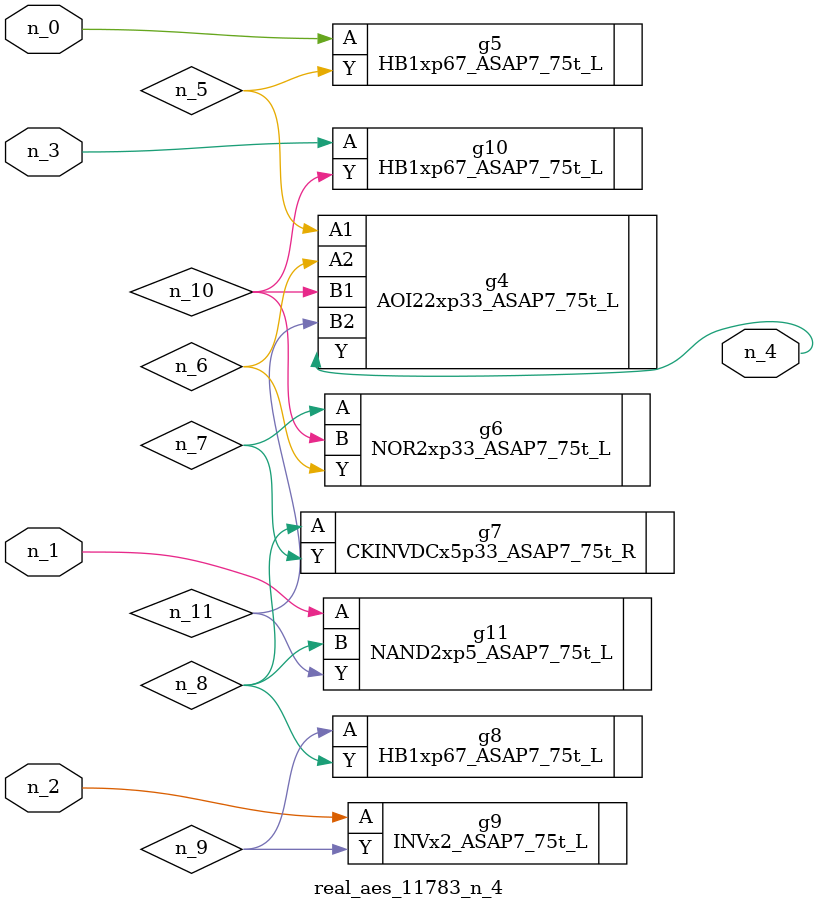
<source format=v>
module real_aes_11783_n_4 (n_0, n_3, n_2, n_1, n_4);
input n_0;
input n_3;
input n_2;
input n_1;
output n_4;
wire n_5;
wire n_7;
wire n_8;
wire n_6;
wire n_9;
wire n_10;
wire n_11;
HB1xp67_ASAP7_75t_L g5 ( .A(n_0), .Y(n_5) );
NAND2xp5_ASAP7_75t_L g11 ( .A(n_1), .B(n_8), .Y(n_11) );
INVx2_ASAP7_75t_L g9 ( .A(n_2), .Y(n_9) );
HB1xp67_ASAP7_75t_L g10 ( .A(n_3), .Y(n_10) );
AOI22xp33_ASAP7_75t_L g4 ( .A1(n_5), .A2(n_6), .B1(n_10), .B2(n_11), .Y(n_4) );
NOR2xp33_ASAP7_75t_L g6 ( .A(n_7), .B(n_10), .Y(n_6) );
CKINVDCx5p33_ASAP7_75t_R g7 ( .A(n_8), .Y(n_7) );
HB1xp67_ASAP7_75t_L g8 ( .A(n_9), .Y(n_8) );
endmodule
</source>
